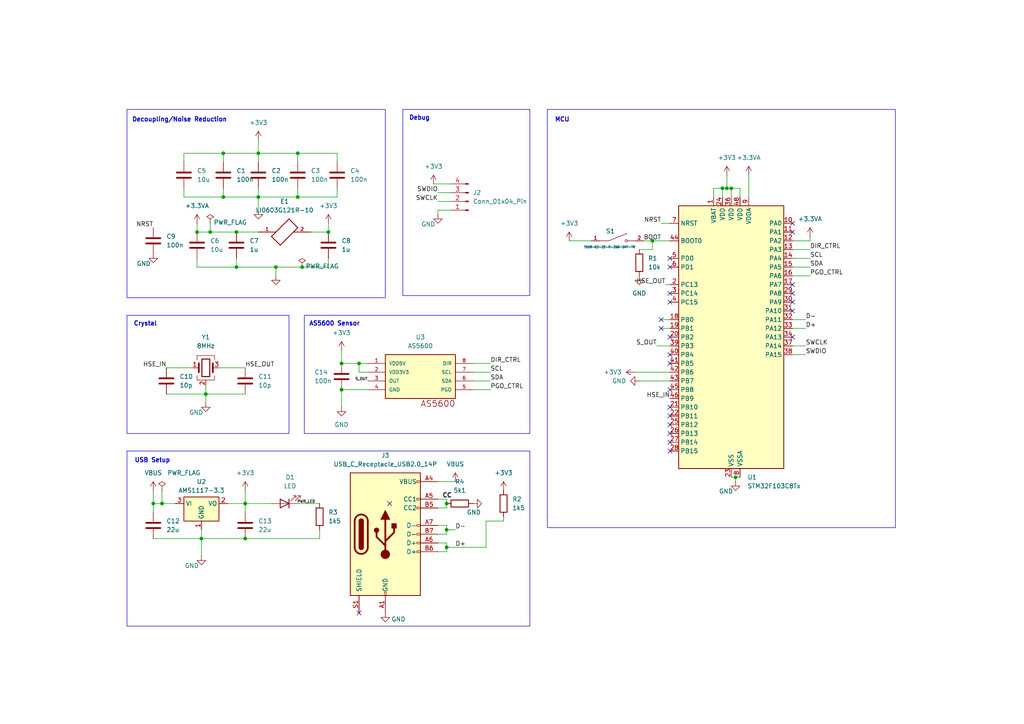
<source format=kicad_sch>
(kicad_sch (version 20250114) (generator "eeschema") (generator_version "9.0")
  (paper "A4")
  (lib_symbols
    (symbol "AS5600:AS5600" (pin_names (offset 1.016))
      (property "Reference" "U" (at 0 0 0))
      (property "Value" "AS5600" (at 0 0 0))
      (symbol "AS5600_0_0"
        (rectangle (start -10.16 -7.62) (end 10.16 5.08) (stroke (width 0.254)) (fill (type background)))
        (text "AS5600" (at 0 -10.16 0) (effects (font (size 1.778 1.778)) (justify left bottom)))
        (pin power_in line (at -15.24 2.54 0) (length 5.08) (name "VDD5V") (number "1"))
        (pin power_in line (at -15.24 0 0) (length 5.08) (name "VDD3V3") (number "2"))
        (pin output line (at -15.24 -2.54 0) (length 5.08) (name "OUT") (number "3"))
        (pin power_in line (at -15.24 -5.08 0) (length 5.08) (name "GND") (number "4"))
        (pin input line (at 15.24 2.54 180) (length 5.08) (name "DIR") (number "8"))
        (pin input line (at 15.24 0 180) (length 5.08) (name "SCL") (number "7"))
        (pin bidirectional line (at 15.24 -2.54 180) (length 5.08) (name "SDA") (number "6"))
        (pin input line (at 15.24 -5.08 180) (length 5.08) (name "PGO") (number "5"))
      )
    )
    (symbol "Connector:Conn_01x04_Pin" (pin_names (offset 1.016) (hide yes))
      (property "Reference" "J" (at 0 5.08 0))
      (property "Value" "Conn_01x04_Pin" (at 0 -7.62 0))
      (symbol "Conn_01x04_Pin_1_1"
        (rectangle (start 0.8636 2.667) (end 0 2.413) (stroke (width 0.1524)) (fill (type outline)))
        (rectangle (start 0.8636 0.127) (end 0 -0.127) (stroke (width 0.1524)) (fill (type outline)))
        (rectangle (start 0.8636 -2.413) (end 0 -2.667) (stroke (width 0.1524)) (fill (type outline)))
        (rectangle (start 0.8636 -4.953) (end 0 -5.207) (stroke (width 0.1524)) (fill (type outline)))
        (polyline (pts (xy 1.27 2.54) (xy 0.8636 2.54)) (stroke (width 0.1524)))
        (polyline (pts (xy 1.27 0) (xy 0.8636 0)) (stroke (width 0.1524)))
        (polyline (pts (xy 1.27 -2.54) (xy 0.8636 -2.54)) (stroke (width 0.1524)))
        (polyline (pts (xy 1.27 -5.08) (xy 0.8636 -5.08)) (stroke (width 0.1524)))
        (pin passive line (at 5.08 2.54 180) (length 3.81) (name "Pin_1") (number "1"))
        (pin passive line (at 5.08 0 180) (length 3.81) (name "Pin_2") (number "2"))
        (pin passive line (at 5.08 -2.54 180) (length 3.81) (name "Pin_3") (number "3"))
        (pin passive line (at 5.08 -5.08 180) (length 3.81) (name "Pin_4") (number "4"))
      )
    )
    (symbol "Connector:USB_C_Receptacle_USB2.0_14P" (pin_names (offset 1.016))
      (property "Reference" "J" (at 0 22.225 0))
      (property "Value" "USB_C_Receptacle_USB2.0_14P" (at 0 19.685 0))
      (symbol "USB_C_Receptacle_USB2.0_14P_0_0"
        (rectangle (start -0.254 -17.78) (end 0.254 -16.764))
        (rectangle (start 10.16 15.494) (end 9.144 14.986))
        (rectangle (start 10.16 10.414) (end 9.144 9.906))
        (rectangle (start 10.16 7.874) (end 9.144 7.366))
        (rectangle (start 10.16 2.794) (end 9.144 2.286))
        (rectangle (start 10.16 0.254) (end 9.144 -0.254))
        (rectangle (start 10.16 -2.286) (end 9.144 -2.794))
        (rectangle (start 10.16 -4.826) (end 9.144 -5.334))
      )
      (symbol "USB_C_Receptacle_USB2.0_14P_0_1"
        (rectangle (start -10.16 17.78) (end 10.16 -17.78) (stroke (width 0.254)) (fill (type background)))
        (polyline (pts (xy -8.89 -3.81) (xy -8.89 3.81)) (stroke (width 0.508)))
        (rectangle (start -7.62 -3.81) (end -6.35 3.81) (stroke (width 0.254)) (fill (type outline)))
        (arc (start -7.62 3.81) (mid -6.985 4.4423) (end -6.35 3.81) (stroke (width 0.254)))
        (arc (start -7.62 3.81) (mid -6.985 4.4423) (end -6.35 3.81) (stroke (width 0.254)) (fill (type outline)))
        (arc (start -8.89 3.81) (mid -6.985 5.7067) (end -5.08 3.81) (stroke (width 0.508)))
        (arc (start -5.08 -3.81) (mid -6.985 -5.7067) (end -8.89 -3.81) (stroke (width 0.508)))
        (arc (start -6.35 -3.81) (mid -6.985 -4.4423) (end -7.62 -3.81) (stroke (width 0.254)))
        (arc (start -6.35 -3.81) (mid -6.985 -4.4423) (end -7.62 -3.81) (stroke (width 0.254)) (fill (type outline)))
        (polyline (pts (xy -5.08 3.81) (xy -5.08 -3.81)) (stroke (width 0.508)))
        (circle (center -2.54 1.143) (radius 0.635) (stroke (width 0.254)) (fill (type outline)))
        (polyline (pts (xy -1.27 4.318) (xy 0 6.858) (xy 1.27 4.318) (xy -1.27 4.318)) (stroke (width 0.254)) (fill (type outline)))
        (polyline (pts (xy 0 -2.032) (xy 2.54 0.508) (xy 2.54 1.778)) (stroke (width 0.508)))
        (polyline (pts (xy 0 -3.302) (xy -2.54 -0.762) (xy -2.54 0.508)) (stroke (width 0.508)))
        (polyline (pts (xy 0 -5.842) (xy 0 4.318)) (stroke (width 0.508)))
        (circle (center 0 -5.842) (radius 1.27) (fill (type outline)))
        (rectangle (start 1.905 1.778) (end 3.175 3.048) (stroke (width 0.254)) (fill (type outline)))
      )
      (symbol "USB_C_Receptacle_USB2.0_14P_1_1"
        (pin passive line (at -7.62 -22.86 90) (length 5.08) (name "SHIELD") (number "S1"))
        (pin passive line (at 0 -22.86 90) (length 5.08) (name "GND") (number "A1"))
        (pin passive line (at 0 -22.86 90) (length 5.08) (hide yes) (name "GND") (number "A12"))
        (pin passive line (at 0 -22.86 90) (length 5.08) (hide yes) (name "GND") (number "B1"))
        (pin passive line (at 0 -22.86 90) (length 5.08) (hide yes) (name "GND") (number "B12"))
        (pin passive line (at 15.24 15.24 180) (length 5.08) (name "VBUS") (number "A4"))
        (pin passive line (at 15.24 15.24 180) (length 5.08) (hide yes) (name "VBUS") (number "A9"))
        (pin passive line (at 15.24 15.24 180) (length 5.08) (hide yes) (name "VBUS") (number "B4"))
        (pin passive line (at 15.24 15.24 180) (length 5.08) (hide yes) (name "VBUS") (number "B9"))
        (pin bidirectional line (at 15.24 10.16 180) (length 5.08) (name "CC1") (number "A5"))
        (pin bidirectional line (at 15.24 7.62 180) (length 5.08) (name "CC2") (number "B5"))
        (pin bidirectional line (at 15.24 2.54 180) (length 5.08) (name "D-") (number "A7"))
        (pin bidirectional line (at 15.24 0 180) (length 5.08) (name "D-") (number "B7"))
        (pin bidirectional line (at 15.24 -2.54 180) (length 5.08) (name "D+") (number "A6"))
        (pin bidirectional line (at 15.24 -5.08 180) (length 5.08) (name "D+") (number "B6"))
      )
    )
    (symbol "Device:C" (pin_numbers (hide yes)) (pin_names (offset 0.254))
      (property "Reference" "C" (at 0.635 2.54 0))
      (property "Value" "C" (at 0.635 -2.54 0))
      (symbol "C_0_1"
        (polyline (pts (xy -2.032 0.762) (xy 2.032 0.762)) (stroke (width 0.508)))
        (polyline (pts (xy -2.032 -0.762) (xy 2.032 -0.762)) (stroke (width 0.508)))
      )
      (symbol "C_1_1"
        (pin passive line (at 0 3.81 270) (length 2.794) (name "~") (number "1"))
        (pin passive line (at 0 -3.81 90) (length 2.794) (name "~") (number "2"))
      )
    )
    (symbol "Device:Crystal_GND24" (pin_names (offset 1.016) (hide yes))
      (property "Reference" "Y" (at 3.175 5.08 0))
      (property "Value" "Crystal_GND24" (at 3.175 3.175 0))
      (symbol "Crystal_GND24_0_1"
        (polyline (pts (xy -2.54 2.286) (xy -2.54 3.556) (xy 2.54 3.556) (xy 2.54 2.286)))
        (polyline (pts (xy -2.54 0) (xy -2.032 0)))
        (polyline (pts (xy -2.54 -2.286) (xy -2.54 -3.556) (xy 2.54 -3.556) (xy 2.54 -2.286)))
        (polyline (pts (xy -2.032 -1.27) (xy -2.032 1.27)) (stroke (width 0.508)))
        (rectangle (start -1.143 2.54) (end 1.143 -2.54) (stroke (width 0.3048)))
        (polyline (pts (xy 0 -3.81) (xy 0 -3.556)))
        (polyline (pts (xy 2.032 0) (xy 2.54 0)))
        (polyline (pts (xy 2.032 -1.27) (xy 2.032 1.27)) (stroke (width 0.508)))
      )
      (symbol "Crystal_GND24_1_1"
        (pin passive line (at -3.81 0 0) (length 1.27) (name "1") (number "1"))
        (pin passive line (at 0 -5.08 90) (length 1.27) (name "G") (number "2"))
        (pin passive line (at 0 -5.08 90) (length 1.27) (hide yes) (name "G") (number "4"))
        (pin passive line (at 3.81 0 180) (length 1.27) (name "3") (number "3"))
      )
    )
    (symbol "Device:LED" (pin_numbers (hide yes)) (pin_names (offset 1.016) (hide yes))
      (property "Reference" "D" (at 0 2.54 0))
      (property "Value" "LED" (at 0 -2.54 0))
      (symbol "LED_0_1"
        (polyline (pts (xy -3.048 -0.762) (xy -4.572 -2.286) (xy -3.81 -2.286) (xy -4.572 -2.286) (xy -4.572 -1.524)))
        (polyline (pts (xy -1.778 -0.762) (xy -3.302 -2.286) (xy -2.54 -2.286) (xy -3.302 -2.286) (xy -3.302 -1.524)))
        (polyline (pts (xy -1.27 0) (xy 1.27 0)))
        (polyline (pts (xy -1.27 -1.27) (xy -1.27 1.27)) (stroke (width 0.254)))
        (polyline (pts (xy 1.27 -1.27) (xy 1.27 1.27) (xy -1.27 0) (xy 1.27 -1.27)) (stroke (width 0.254)))
      )
      (symbol "LED_1_1"
        (pin passive line (at -3.81 0 0) (length 2.54) (name "K") (number "1"))
        (pin passive line (at 3.81 0 180) (length 2.54) (name "A") (number "2"))
      )
    )
    (symbol "Device:R" (pin_numbers (hide yes)) (pin_names (offset 0))
      (property "Reference" "R" (at 2.032 0 90))
      (property "Value" "R" (at 0 0 90))
      (symbol "R_0_1"
        (rectangle (start -1.016 -2.54) (end 1.016 2.54) (stroke (width 0.254)))
      )
      (symbol "R_1_1"
        (pin passive line (at 0 3.81 270) (length 1.27) (name "~") (number "1"))
        (pin passive line (at 0 -3.81 90) (length 1.27) (name "~") (number "2"))
      )
    )
    (symbol "LI0603G121R-10:LI0603G121R-10" (pin_names (offset 1.016))
      (property "Reference" "E" (at -7.6244 5.0815 0))
      (property "Value" "LI0603G121R-10" (at -7.63 -7.6266 0))
      (symbol "LI0603G121R-10_0_0"
        (polyline (pts (xy -3.81 -1.27) (xy -1.27 -3.81)) (stroke (width 0.254)))
        (polyline (pts (xy -1.27 -3.81) (xy 3.81 1.27)) (stroke (width 0.254)))
        (polyline (pts (xy 1.27 3.81) (xy -3.81 -1.27)) (stroke (width 0.254)))
        (polyline (pts (xy 3.81 1.27) (xy 1.27 3.81)) (stroke (width 0.254)))
        (pin passive line (at -7.62 0 0) (length 5.08) (name "~") (number "1"))
        (pin passive line (at 7.62 0 180) (length 5.08) (name "~") (number "2"))
      )
    )
    (symbol "MCU_ST_STM32F1:STM32F103C8Tx"
      (property "Reference" "U" (at -15.24 39.37 0))
      (property "Value" "STM32F103C8Tx" (at 7.62 39.37 0))
      (symbol "STM32F103C8Tx_0_1"
        (rectangle (start -15.24 -38.1) (end 15.24 38.1) (stroke (width 0.254)) (fill (type background)))
      )
      (symbol "STM32F103C8Tx_1_1"
        (pin input line (at -17.78 33.02 0) (length 2.54) (name "NRST") (number "7"))
        (pin input line (at -17.78 27.94 0) (length 2.54) (name "BOOT0") (number "44"))
        (pin bidirectional line (at -17.78 22.86 0) (length 2.54) (name "PD0") (number "5"))
        (pin bidirectional line (at -17.78 20.32 0) (length 2.54) (name "PD1") (number "6"))
        (pin bidirectional line (at -17.78 15.24 0) (length 2.54) (name "PC13") (number "2"))
        (pin bidirectional line (at -17.78 12.7 0) (length 2.54) (name "PC14") (number "3"))
        (pin bidirectional line (at -17.78 10.16 0) (length 2.54) (name "PC15") (number "4"))
        (pin bidirectional line (at -17.78 5.08 0) (length 2.54) (name "PB0") (number "18"))
        (pin bidirectional line (at -17.78 2.54 0) (length 2.54) (name "PB1") (number "19"))
        (pin bidirectional line (at -17.78 0 0) (length 2.54) (name "PB2") (number "20"))
        (pin bidirectional line (at -17.78 -2.54 0) (length 2.54) (name "PB3") (number "39"))
        (pin bidirectional line (at -17.78 -5.08 0) (length 2.54) (name "PB4") (number "40"))
        (pin bidirectional line (at -17.78 -7.62 0) (length 2.54) (name "PB5") (number "41"))
        (pin bidirectional line (at -17.78 -10.16 0) (length 2.54) (name "PB6") (number "42"))
        (pin bidirectional line (at -17.78 -12.7 0) (length 2.54) (name "PB7") (number "43"))
        (pin bidirectional line (at -17.78 -15.24 0) (length 2.54) (name "PB8") (number "45"))
        (pin bidirectional line (at -17.78 -17.78 0) (length 2.54) (name "PB9") (number "46"))
        (pin bidirectional line (at -17.78 -20.32 0) (length 2.54) (name "PB10") (number "21"))
        (pin bidirectional line (at -17.78 -22.86 0) (length 2.54) (name "PB11") (number "22"))
        (pin bidirectional line (at -17.78 -25.4 0) (length 2.54) (name "PB12") (number "25"))
        (pin bidirectional line (at -17.78 -27.94 0) (length 2.54) (name "PB13") (number "26"))
        (pin bidirectional line (at -17.78 -30.48 0) (length 2.54) (name "PB14") (number "27"))
        (pin bidirectional line (at -17.78 -33.02 0) (length 2.54) (name "PB15") (number "28"))
        (pin power_in line (at -5.08 40.64 270) (length 2.54) (name "VBAT") (number "1"))
        (pin power_in line (at -2.54 40.64 270) (length 2.54) (name "VDD") (number "24"))
        (pin power_in line (at 0 40.64 270) (length 2.54) (name "VDD") (number "36"))
        (pin power_in line (at 0 -40.64 90) (length 2.54) (name "VSS") (number "23"))
        (pin passive line (at 0 -40.64 90) (length 2.54) (hide yes) (name "VSS") (number "35"))
        (pin passive line (at 0 -40.64 90) (length 2.54) (hide yes) (name "VSS") (number "47"))
        (pin power_in line (at 2.54 40.64 270) (length 2.54) (name "VDD") (number "48"))
        (pin power_in line (at 2.54 -40.64 90) (length 2.54) (name "VSSA") (number "8"))
        (pin power_in line (at 5.08 40.64 270) (length 2.54) (name "VDDA") (number "9"))
        (pin bidirectional line (at 17.78 33.02 180) (length 2.54) (name "PA0") (number "10"))
        (pin bidirectional line (at 17.78 30.48 180) (length 2.54) (name "PA1") (number "11"))
        (pin bidirectional line (at 17.78 27.94 180) (length 2.54) (name "PA2") (number "12"))
        (pin bidirectional line (at 17.78 25.4 180) (length 2.54) (name "PA3") (number "13"))
        (pin bidirectional line (at 17.78 22.86 180) (length 2.54) (name "PA4") (number "14"))
        (pin bidirectional line (at 17.78 20.32 180) (length 2.54) (name "PA5") (number "15"))
        (pin bidirectional line (at 17.78 17.78 180) (length 2.54) (name "PA6") (number "16"))
        (pin bidirectional line (at 17.78 15.24 180) (length 2.54) (name "PA7") (number "17"))
        (pin bidirectional line (at 17.78 12.7 180) (length 2.54) (name "PA8") (number "29"))
        (pin bidirectional line (at 17.78 10.16 180) (length 2.54) (name "PA9") (number "30"))
        (pin bidirectional line (at 17.78 7.62 180) (length 2.54) (name "PA10") (number "31"))
        (pin bidirectional line (at 17.78 5.08 180) (length 2.54) (name "PA11") (number "32"))
        (pin bidirectional line (at 17.78 2.54 180) (length 2.54) (name "PA12") (number "33"))
        (pin bidirectional line (at 17.78 0 180) (length 2.54) (name "PA13") (number "34"))
        (pin bidirectional line (at 17.78 -2.54 180) (length 2.54) (name "PA14") (number "37"))
        (pin bidirectional line (at 17.78 -5.08 180) (length 2.54) (name "PA15") (number "38"))
      )
    )
    (symbol "Regulator_Linear:AMS1117-3.3"
      (property "Reference" "U" (at -3.81 3.175 0))
      (property "Value" "AMS1117-3.3" (at 0 3.175 0))
      (symbol "AMS1117-3.3_0_1"
        (rectangle (start -5.08 -5.08) (end 5.08 1.905) (stroke (width 0.254)) (fill (type background)))
      )
      (symbol "AMS1117-3.3_1_1"
        (pin power_in line (at -7.62 0 0) (length 2.54) (name "VI") (number "3"))
        (pin power_in line (at 0 -7.62 90) (length 2.54) (name "GND") (number "1"))
        (pin power_out line (at 7.62 0 180) (length 2.54) (name "VO") (number "2"))
      )
    )
    (symbol "TS09-63-25-R-260-SMT-TR:TS09-63-25-R-260-SMT-TR" (pin_names (offset 1.016))
      (property "Reference" "S" (at -2.54 2.54 0))
      (property "Value" "TS09-63-25-R-260-SMT-TR" (at -2.54 -2.54 0))
      (symbol "TS09-63-25-R-260-SMT-TR_0_0"
        (polyline (pts (xy -2.54 0) (xy -5.08 0)) (stroke (width 0.1524)))
        (polyline (pts (xy -2.54 0) (xy 2.794 2.1336)) (stroke (width 0.1524)))
        (circle (center 2.54 0) (radius 0.3302) (stroke (width 0.1524)))
        (polyline (pts (xy 5.08 0) (xy 2.921 0)) (stroke (width 0.1524)))
        (pin passive line (at -7.62 0 0) (length 2.54) (name "~") (number "1"))
        (pin passive line (at 7.62 0 180) (length 2.54) (name "~") (number "2"))
      )
    )
    (symbol "power:+3.3VA" (power) (pin_numbers (hide yes)) (pin_names (offset 0) (hide yes))
      (property "Value" "+3.3VA" (at 0 3.556 0))
      (symbol "+3.3VA_0_1"
        (polyline (pts (xy -0.762 1.27) (xy 0 2.54)))
        (polyline (pts (xy 0 2.54) (xy 0.762 1.27)))
        (polyline (pts (xy 0 0) (xy 0 2.54)))
      )
      (symbol "+3.3VA_1_1"
        (pin power_in line (at 0 0 90) (length 0) (name "~") (number "1"))
      )
    )
    (symbol "power:+3V3" (power) (pin_numbers (hide yes)) (pin_names (offset 0) (hide yes))
      (property "Value" "+3V3" (at 0 3.556 0))
      (symbol "+3V3_0_1"
        (polyline (pts (xy -0.762 1.27) (xy 0 2.54)))
        (polyline (pts (xy 0 2.54) (xy 0.762 1.27)))
        (polyline (pts (xy 0 0) (xy 0 2.54)))
      )
      (symbol "+3V3_1_1"
        (pin power_in line (at 0 0 90) (length 0) (name "~") (number "1"))
      )
    )
    (symbol "power:GND" (power) (pin_numbers (hide yes)) (pin_names (offset 0) (hide yes))
      (property "Value" "GND" (at 0 -3.81 0))
      (symbol "GND_0_1"
        (polyline (pts (xy 0 0) (xy 0 -1.27) (xy 1.27 -1.27) (xy 0 -2.54) (xy -1.27 -1.27) (xy 0 -1.27)))
      )
      (symbol "GND_1_1"
        (pin power_in line (at 0 0 270) (length 0) (name "~") (number "1"))
      )
    )
    (symbol "power:PWR_FLAG" (power) (pin_numbers (hide yes)) (pin_names (offset 0) (hide yes))
      (property "Value" "PWR_FLAG" (at 0 3.81 0))
      (symbol "PWR_FLAG_0_0"
        (pin power_out line (at 0 0 90) (length 0) (name "~") (number "1"))
      )
      (symbol "PWR_FLAG_0_1"
        (polyline (pts (xy 0 0) (xy 0 1.27) (xy -1.016 1.905) (xy 0 2.54) (xy 1.016 1.905) (xy 0 1.27)))
      )
    )
    (symbol "power:VBUS" (power) (pin_numbers (hide yes)) (pin_names (offset 0) (hide yes))
      (property "Value" "VBUS" (at 0 3.556 0))
      (symbol "VBUS_0_1"
        (polyline (pts (xy -0.762 1.27) (xy 0 2.54)))
        (polyline (pts (xy 0 2.54) (xy 0.762 1.27)))
        (polyline (pts (xy 0 0) (xy 0 2.54)))
      )
      (symbol "VBUS_1_1"
        (pin power_in line (at 0 0 90) (length 0) (name "~") (number "1"))
      )
    )
  )
  (rectangle (start 36.83 91.44) (end 83.82 125.73))
  (rectangle (start 36.83 130.81) (end 153.67 181.61))
  (rectangle (start 88.265 91.44) (end 153.67 125.73))
  (rectangle (start 36.83 31.75) (end 111.76 86.36))
  (rectangle (start 116.84 31.75) (end 153.67 85.725))
  (rectangle (start 158.75 31.75) (end 259.715 153.035))
  (text "Decoupling/Noise Reduction" (at 52.07 34.798 0) (effects (font (size 1.27 1.27) (thickness 0.254) (bold yes))))
  (text "USB Setup" (at 44.196 133.604 0) (effects (font (size 1.27 1.27) (thickness 0.254) (bold yes))))
  (text "AS5600 Sensor" (at 97.028 93.98 0) (effects (font (size 1.27 1.27) (thickness 0.254) (bold yes))))
  (text "Debug" (at 121.666 34.29 0) (effects (font (size 1.27 1.27) (thickness 0.254) (bold yes))))
  (text "MCU" (at 163.068 34.798 0) (effects (font (size 1.27 1.27) (thickness 0.254) (bold yes))))
  (text "Crystal" (at 42.164 93.98 0) (effects (font (size 1.27 1.27) (thickness 0.254) (bold yes))))
  (junction (at 58.42 156.21))
  (junction (at 129.54 153.67))
  (junction (at 74.93 44.45))
  (junction (at 60.96 67.31))
  (junction (at 68.58 77.47))
  (junction (at 44.45 146.05))
  (junction (at 99.06 113.03))
  (junction (at 212.09 54.61))
  (junction (at 129.54 158.75))
  (junction (at 80.01 77.47))
  (junction (at 86.36 44.45))
  (junction (at 95.25 67.31))
  (junction (at 64.77 44.45))
  (junction (at 59.69 114.3))
  (junction (at 86.36 57.15))
  (junction (at 71.12 156.21))
  (junction (at 129.54 146.05))
  (junction (at 189.23 69.85))
  (junction (at 210.82 54.61))
  (junction (at 213.36 138.43))
  (junction (at 104.14 105.41))
  (junction (at 87.63 77.47))
  (junction (at 68.58 67.31))
  (junction (at 74.93 57.15))
  (junction (at 99.06 105.41))
  (junction (at 64.77 57.15))
  (junction (at 57.15 67.31))
  (junction (at 71.12 146.05))
  (junction (at 46.99 146.05))
  (junction (at 209.55 54.61))
  (no_connect (at 194.31 125.73))
  (no_connect (at 229.87 90.17))
  (no_connect (at 194.31 77.47))
  (no_connect (at 194.31 130.81))
  (no_connect (at 229.87 85.09))
  (no_connect (at 194.31 123.19))
  (no_connect (at 229.87 64.77))
  (no_connect (at 194.31 118.11))
  (no_connect (at 194.31 120.65))
  (no_connect (at 191.77 92.71))
  (no_connect (at 194.31 87.63))
  (no_connect (at 194.31 97.79))
  (no_connect (at 194.31 113.03))
  (no_connect (at 229.87 82.55))
  (no_connect (at 194.31 85.09))
  (no_connect (at 194.31 102.87))
  (no_connect (at 229.87 97.79))
  (no_connect (at 194.31 105.41))
  (no_connect (at 104.14 177.8))
  (no_connect (at 194.31 128.27))
  (no_connect (at 191.77 95.25))
  (no_connect (at 229.87 67.31))
  (no_connect (at 194.31 74.93))
  (no_connect (at 113.03 146.05))
  (no_connect (at 229.87 87.63))
  (wire (pts (xy 137.16 113.03) (xy 142.24 113.03)))
  (wire (pts (xy 53.34 54.61) (xy 53.34 57.15)))
  (wire (pts (xy 212.09 54.61) (xy 212.09 57.15)))
  (wire (pts (xy 106.68 105.41) (xy 104.14 105.41)))
  (wire (pts (xy 87.63 77.47) (xy 95.25 77.47)))
  (wire (pts (xy 191.77 64.77) (xy 194.31 64.77)))
  (wire (pts (xy 95.25 74.93) (xy 95.25 77.47)))
  (wire (pts (xy 212.09 54.61) (xy 214.63 54.61)))
  (wire (pts (xy 146.05 151.13) (xy 146.05 149.86)))
  (wire (pts (xy 57.15 74.93) (xy 57.15 77.47)))
  (wire (pts (xy 127 154.94) (xy 129.54 154.94)))
  (wire (pts (xy 185.42 72.39) (xy 189.23 72.39)))
  (wire (pts (xy 140.97 158.75) (xy 140.97 151.13)))
  (wire (pts (xy 80.01 77.47) (xy 80.01 80.01)))
  (wire (pts (xy 58.42 156.21) (xy 58.42 161.29)))
  (wire (pts (xy 104.14 105.41) (xy 104.14 107.95)))
  (wire (pts (xy 64.77 54.61) (xy 64.77 57.15)))
  (wire (pts (xy 74.93 40.64) (xy 74.93 44.45)))
  (wire (pts (xy 44.45 148.59) (xy 44.45 146.05)))
  (wire (pts (xy 127 62.23) (xy 127 60.96)))
  (wire (pts (xy 129.54 147.32) (xy 127 147.32)))
  (wire (pts (xy 59.69 114.3) (xy 59.69 111.76)))
  (wire (pts (xy 48.26 114.3) (xy 59.69 114.3)))
  (wire (pts (xy 191.77 92.71) (xy 194.31 92.71)))
  (wire (pts (xy 129.54 160.02) (xy 127 160.02)))
  (wire (pts (xy 80.01 77.47) (xy 87.63 77.47)))
  (wire (pts (xy 48.26 106.68) (xy 55.88 106.68)))
  (wire (pts (xy 209.55 54.61) (xy 209.55 57.15)))
  (wire (pts (xy 229.87 92.71) (xy 233.68 92.71)))
  (wire (pts (xy 58.42 153.67) (xy 58.42 156.21)))
  (wire (pts (xy 165.1 69.85) (xy 171.45 69.85)))
  (wire (pts (xy 64.77 44.45) (xy 64.77 46.99)))
  (wire (pts (xy 74.93 57.15) (xy 74.93 60.96)))
  (wire (pts (xy 184.15 107.95) (xy 194.31 107.95)))
  (wire (pts (xy 60.96 64.77) (xy 60.96 67.31)))
  (wire (pts (xy 68.58 74.93) (xy 68.58 77.47)))
  (wire (pts (xy 127 60.96) (xy 130.81 60.96)))
  (wire (pts (xy 104.14 107.95) (xy 106.68 107.95)))
  (wire (pts (xy 125.73 53.34) (xy 130.81 53.34)))
  (wire (pts (xy 44.45 146.05) (xy 46.99 146.05)))
  (wire (pts (xy 229.87 80.01) (xy 234.95 80.01)))
  (wire (pts (xy 185.42 110.49) (xy 194.31 110.49)))
  (wire (pts (xy 127 139.7) (xy 132.08 139.7)))
  (wire (pts (xy 71.12 146.05) (xy 71.12 148.59)))
  (wire (pts (xy 229.87 74.93) (xy 234.95 74.93)))
  (wire (pts (xy 86.36 146.05) (xy 92.71 146.05)))
  (wire (pts (xy 44.45 142.24) (xy 44.45 146.05)))
  (wire (pts (xy 129.54 153.67) (xy 132.08 153.67)))
  (wire (pts (xy 71.12 142.24) (xy 71.12 146.05)))
  (wire (pts (xy 74.93 44.45) (xy 74.93 46.99)))
  (wire (pts (xy 229.87 95.25) (xy 233.68 95.25)))
  (wire (pts (xy 127 144.78) (xy 129.54 144.78)))
  (wire (pts (xy 129.54 158.75) (xy 129.54 160.02)))
  (wire (pts (xy 99.06 113.03) (xy 99.06 118.11)))
  (wire (pts (xy 129.54 158.75) (xy 140.97 158.75)))
  (wire (pts (xy 229.87 69.85) (xy 234.95 69.85)))
  (wire (pts (xy 86.36 44.45) (xy 86.36 46.99)))
  (wire (pts (xy 86.36 54.61) (xy 86.36 57.15)))
  (wire (pts (xy 86.36 44.45) (xy 97.79 44.45)))
  (wire (pts (xy 63.5 106.68) (xy 71.12 106.68)))
  (wire (pts (xy 214.63 54.61) (xy 214.63 57.15)))
  (wire (pts (xy 60.96 67.31) (xy 68.58 67.31)))
  (wire (pts (xy 57.15 67.31) (xy 60.96 67.31)))
  (wire (pts (xy 97.79 54.61) (xy 97.79 57.15)))
  (wire (pts (xy 186.69 69.85) (xy 189.23 69.85)))
  (wire (pts (xy 127 58.42) (xy 130.81 58.42)))
  (wire (pts (xy 53.34 57.15) (xy 64.77 57.15)))
  (wire (pts (xy 207.01 57.15) (xy 207.01 54.61)))
  (wire (pts (xy 74.93 54.61) (xy 74.93 57.15)))
  (wire (pts (xy 127 157.48) (xy 129.54 157.48)))
  (wire (pts (xy 86.36 57.15) (xy 97.79 57.15)))
  (wire (pts (xy 129.54 144.78) (xy 129.54 146.05)))
  (wire (pts (xy 137.16 110.49) (xy 142.24 110.49)))
  (wire (pts (xy 44.45 156.21) (xy 58.42 156.21)))
  (wire (pts (xy 229.87 102.87) (xy 233.68 102.87)))
  (wire (pts (xy 59.69 114.3) (xy 71.12 114.3)))
  (wire (pts (xy 57.15 64.77) (xy 57.15 67.31)))
  (wire (pts (xy 57.15 77.47) (xy 68.58 77.47)))
  (wire (pts (xy 127 55.88) (xy 130.81 55.88)))
  (wire (pts (xy 190.5 100.33) (xy 194.31 100.33)))
  (wire (pts (xy 64.77 57.15) (xy 74.93 57.15)))
  (wire (pts (xy 99.06 113.03) (xy 106.68 113.03)))
  (wire (pts (xy 97.79 44.45) (xy 97.79 46.99)))
  (wire (pts (xy 71.12 146.05) (xy 78.74 146.05)))
  (wire (pts (xy 229.87 100.33) (xy 233.68 100.33)))
  (wire (pts (xy 99.06 101.6) (xy 99.06 105.41)))
  (wire (pts (xy 59.69 114.3) (xy 59.69 116.84)))
  (wire (pts (xy 129.54 157.48) (xy 129.54 158.75)))
  (wire (pts (xy 58.42 156.21) (xy 71.12 156.21)))
  (wire (pts (xy 234.95 69.85) (xy 234.95 68.58)))
  (wire (pts (xy 193.04 82.55) (xy 194.31 82.55)))
  (wire (pts (xy 140.97 151.13) (xy 146.05 151.13)))
  (wire (pts (xy 46.99 142.24) (xy 46.99 146.05)))
  (wire (pts (xy 129.54 152.4) (xy 129.54 153.67)))
  (wire (pts (xy 137.16 105.41) (xy 142.24 105.41)))
  (wire (pts (xy 207.01 54.61) (xy 209.55 54.61)))
  (wire (pts (xy 74.93 57.15) (xy 86.36 57.15)))
  (wire (pts (xy 213.36 138.43) (xy 213.36 139.7)))
  (wire (pts (xy 210.82 50.8) (xy 210.82 54.61)))
  (wire (pts (xy 129.54 146.05) (xy 129.54 147.32)))
  (wire (pts (xy 209.55 54.61) (xy 210.82 54.61)))
  (wire (pts (xy 53.34 46.99) (xy 53.34 44.45)))
  (wire (pts (xy 68.58 77.47) (xy 80.01 77.47)))
  (wire (pts (xy 189.23 72.39) (xy 189.23 69.85)))
  (wire (pts (xy 229.87 72.39) (xy 234.95 72.39)))
  (wire (pts (xy 229.87 77.47) (xy 234.95 77.47)))
  (wire (pts (xy 46.99 146.05) (xy 50.8 146.05)))
  (wire (pts (xy 66.04 146.05) (xy 71.12 146.05)))
  (wire (pts (xy 189.23 69.85) (xy 194.31 69.85)))
  (wire (pts (xy 137.16 107.95) (xy 142.24 107.95)))
  (wire (pts (xy 53.34 44.45) (xy 64.77 44.45)))
  (wire (pts (xy 95.25 64.77) (xy 95.25 67.31)))
  (wire (pts (xy 210.82 54.61) (xy 212.09 54.61)))
  (wire (pts (xy 64.77 44.45) (xy 74.93 44.45)))
  (wire (pts (xy 212.09 138.43) (xy 213.36 138.43)))
  (wire (pts (xy 191.77 95.25) (xy 194.31 95.25)))
  (wire (pts (xy 71.12 156.21) (xy 92.71 156.21)))
  (wire (pts (xy 99.06 105.41) (xy 104.14 105.41)))
  (wire (pts (xy 217.17 50.8) (xy 217.17 57.15)))
  (wire (pts (xy 90.17 67.31) (xy 95.25 67.31)))
  (wire (pts (xy 213.36 138.43) (xy 214.63 138.43)))
  (wire (pts (xy 92.71 153.67) (xy 92.71 156.21)))
  (wire (pts (xy 129.54 153.67) (xy 129.54 154.94)))
  (wire (pts (xy 68.58 67.31) (xy 74.93 67.31)))
  (wire (pts (xy 74.93 44.45) (xy 86.36 44.45)))
  (wire (pts (xy 127 152.4) (xy 129.54 152.4)))
  (label "SCL" (at 142.24 107.95 0))
  (label "HSE_IN" (at 48.26 106.68 180))
  (label "CC" (at 128.27 144.78 0) (effects (font (thickness 0.254) (bold yes))))
  (label "PGO_CTRL" (at 142.24 113.03 0))
  (label "HSE_OUT" (at 71.12 106.68 0))
  (label "SWDIO" (at 127 55.88 180))
  (label "DIR_CTRL" (at 234.95 72.39 0))
  (label "SWCLK" (at 233.68 100.33 0))
  (label "SWDIO" (at 233.68 102.87 0))
  (label "D-" (at 132.08 153.67 0))
  (label "D+" (at 132.08 158.75 0))
  (label "PGO_CTRL" (at 234.95 80.01 0))
  (label "SCL" (at 234.95 74.93 0))
  (label "HSE_IN" (at 194.31 115.57 180))
  (label "BOOT" (at 191.77 69.85 180))
  (label "NRST" (at 191.77 64.77 180))
  (label "HSE_OUT" (at 193.04 82.55 180))
  (label "S_OUT" (at 190.5 100.33 180))
  (label "D-" (at 233.68 92.71 0))
  (label "S_OUT" (at 106.68 110.49 180) (effects (font (size 0.762 0.762))))
  (label "SDA" (at 142.24 110.49 0))
  (label "SWCLK" (at 127 58.42 180))
  (label "NRST" (at 44.45 66.04 180))
  (label "SDA" (at 234.95 77.47 0))
  (label "D+" (at 233.68 95.25 0))
  (label "PWR_LED" (at 91.44 146.05 180) (effects (font (size 0.762 0.762))))
  (label "DIR_CTRL" (at 142.24 105.41 0))
  (symbol (lib_id "power:+3.3VA") (at 234.95 68.58 0) (unit 1)
    (property "Reference" "#PWR024" (effects (hide yes)))
    (property "Value" "+3.3VA" (at 234.95 63.5 0))
    (property "Description" "Power symbol creates a global label with name \"+3.3VA\"" (effects (hide yes)))
  )
  (symbol (lib_id "power:GND") (at 44.45 73.66 0) (unit 1)
    (property "Reference" "#PWR09" (effects (hide yes)))
    (property "Value" "GND" (at 41.656 76.454 0))
    (property "Description" "Power symbol creates a global label with name \"GND\" , ground" (effects (hide yes)))
  )
  (symbol (lib_id "power:+3V3") (at 71.12 142.24 0) (unit 1)
    (property "Reference" "#PWR019" (effects (hide yes)))
    (property "Value" "+3V3" (at 71.12 137.16 0))
    (property "Description" "Power symbol creates a global label with name \"+3V3\"" (effects (hide yes)))
  )
  (symbol (lib_id "Device:C") (at 48.26 110.49 0) (unit 1)
    (property "Reference" "C10" (at 52.07 109.2199 0) (effects (justify left)))
    (property "Value" "10p" (at 52.07 111.7599 0) (effects (justify left)))
    (property "Footprint" "Capacitor_SMD:C_0402_1005Metric" (effects (hide yes)))
    (property "Description" "Unpolarized capacitor" (effects (hide yes)))
  )
  (symbol (lib_id "Device:Crystal_GND24") (at 59.69 106.68 0) (unit 1)
    (property "Reference" "Y1" (at 59.69 97.79 0))
    (property "Value" "8MHz" (at 59.69 100.33 0))
    (property "Footprint" "Crystal:Crystal_SMD_3225-4Pin_3.2x2.5mm" (effects (hide yes)))
    (property "Description" "Four pin crystal, GND on pins 2 and 4" (effects (hide yes)))
    (property private "KLC_S3.3" "The rectangle is not a symbol body but a graphical element" (effects (hide yes)))
    (property private "KLC_S4.1" "Some pins are on 50mil grid to make the symbol small" (effects (hide yes)))
  )
  (symbol (lib_id "Connector:USB_C_Receptacle_USB2.0_14P") (at 111.76 154.94 0) (unit 1)
    (property "Reference" "J3" (at 111.76 132.08 0))
    (property "Value" "USB_C_Receptacle_USB2.0_14P" (at 111.76 134.62 0))
    (property "Footprint" "Connector_USB:USB_C_Receptacle_GCT_USB4105-xx-A_16P_TopMnt_Horizontal" (effects (hide yes)))
    (property "Datasheet" "https://www.usb.org/sites/default/files/documents/usb_type-c.zip" (effects (hide yes)))
    (property "Description" "USB 2.0-only 14P Type-C Receptacle connector" (effects (hide yes)))
  )
  (symbol (lib_id "Regulator_Linear:AMS1117-3.3") (at 58.42 146.05 0) (unit 1)
    (property "Reference" "U2" (at 58.42 139.7 0))
    (property "Value" "AMS1117-3.3" (at 58.42 142.24 0))
    (property "Footprint" "Package_TO_SOT_SMD:SOT-223-3_TabPin2" (effects (hide yes)))
    (property "Datasheet" "http://www.advanced-monolithic.com/pdf/ds1117.pdf" (effects (hide yes)))
    (property "Description" "1A Low Dropout regulator, positive, 3.3V fixed output, SOT-223" (effects (hide yes)))
  )
  (symbol (lib_id "Device:C") (at 64.77 50.8 0) (unit 1)
    (property "Reference" "C1" (at 68.58 49.5299 0) (effects (justify left)))
    (property "Value" "100n" (at 68.58 52.0699 0) (effects (justify left)))
    (property "Footprint" "Capacitor_SMD:C_0402_1005Metric" (effects (hide yes)))
    (property "Description" "Unpolarized capacitor" (effects (hide yes)))
  )
  (symbol (lib_id "power:PWR_FLAG") (at 60.96 64.77 0) (unit 1)
    (property "Reference" "#FLG01" (effects (hide yes)))
    (property "Value" "PWR_FLAG" (at 66.802 64.516 0))
    (property "Description" "Special symbol for telling ERC where power comes from" (effects (hide yes)))
  )
  (symbol (lib_id "power:+3V3") (at 99.06 101.6 0) (unit 1)
    (property "Reference" "#PWR022" (effects (hide yes)))
    (property "Value" "+3V3" (at 99.06 96.52 0))
    (property "Description" "Power symbol creates a global label with name \"+3V3\"" (effects (hide yes)))
  )
  (symbol (lib_id "Device:R") (at 92.71 149.86 0) (unit 1)
    (property "Reference" "R3" (at 95.25 148.5899 0) (effects (justify left)))
    (property "Value" "1k5" (at 95.25 151.1299 0) (effects (justify left)))
    (property "Footprint" "Resistor_SMD:R_0402_1005Metric" (effects (hide yes)))
    (property "Description" "Resistor" (effects (hide yes)))
  )
  (symbol (lib_id "Device:C") (at 97.79 50.8 0) (unit 1)
    (property "Reference" "C4" (at 101.6 49.5299 0) (effects (justify left)))
    (property "Value" "100n" (at 101.6 52.0699 0) (effects (justify left)))
    (property "Footprint" "Capacitor_SMD:C_0402_1005Metric" (effects (hide yes)))
    (property "Description" "Unpolarized capacitor" (effects (hide yes)))
  )
  (symbol (lib_id "Device:C") (at 44.45 152.4 0) (unit 1)
    (property "Reference" "C12" (at 48.26 151.1299 0) (effects (justify left)))
    (property "Value" "22u" (at 48.26 153.6699 0) (effects (justify left)))
    (property "Footprint" "Capacitor_SMD:C_0805_2012Metric" (effects (hide yes)))
    (property "Description" "Unpolarized capacitor" (effects (hide yes)))
  )
  (symbol (lib_id "power:GND") (at 74.93 60.96 0) (unit 1)
    (property "Reference" "#PWR04" (effects (hide yes)))
    (property "Value" "GND" (effects (hide yes)))
    (property "Description" "Power symbol creates a global label with name \"GND\" , ground" (effects (hide yes)))
  )
  (symbol (lib_id "Device:LED") (at 82.55 146.05 180) (unit 1)
    (property "Reference" "D1" (at 84.1375 138.43 0))
    (property "Value" "LED" (at 84.1375 140.97 0))
    (property "Footprint" "LED_SMD:LED_01005_0402Metric" (effects (hide yes)))
    (property "Description" "Light emitting diode" (effects (hide yes)))
    (property "Sim.Pins" "1=K 2=A" (effects (hide yes)))
  )
  (symbol (lib_id "AS5600:AS5600") (at 121.92 107.95 0) (unit 1)
    (property "Reference" "U3" (at 121.9274 97.79 0))
    (property "Value" "AS5600" (at 121.9274 100.33 0))
    (property "Footprint" "AS5600:SOIC8" (effects (hide yes)))
    (property "MF" "Ams AG" (effects (hide yes)))
    (property "Description_1" "Hall Effect Sensor Rotary Position External Magnet, Not Included Gull Wing" (effects (hide yes)))
    (property "Package" "None" (effects (hide yes)))
    (property "Price" "None" (effects (hide yes)))
    (property "SnapEDA_Link" "https://www.snapeda.com/parts/AS5600/ams/view-part/?ref=snap" (effects (hide yes)))
    (property "MP" "AS5600" (effects (hide yes)))
    (property "Availability" "Not in stock" (effects (hide yes)))
    (property "Check_prices" "https://www.snapeda.com/parts/AS5600/ams/view-part/?ref=eda" (effects (hide yes)))
  )
  (symbol (lib_id "power:+3V3") (at 95.25 64.77 0) (unit 1)
    (property "Reference" "#PWR07" (effects (hide yes)))
    (property "Value" "+3V3" (at 95.25 59.69 0))
    (property "Description" "Power symbol creates a global label with name \"+3V3\"" (effects (hide yes)))
  )
  (symbol (lib_id "Device:C") (at 57.15 71.12 0) (unit 1)
    (property "Reference" "C6" (at 60.96 69.8499 0) (effects (justify left)))
    (property "Value" "10u" (at 60.96 72.3899 0) (effects (justify left)))
    (property "Footprint" "Capacitor_SMD:C_0402_1005Metric" (effects (hide yes)))
    (property "Description" "Unpolarized capacitor" (effects (hide yes)))
  )
  (symbol (lib_id "power:+3V3") (at 125.73 53.34 0) (unit 1)
    (property "Reference" "#PWR016" (effects (hide yes)))
    (property "Value" "+3V3" (at 125.73 48.26 0))
    (property "Description" "Power symbol creates a global label with name \"+3V3\"" (effects (hide yes)))
  )
  (symbol (lib_id "power:+3.3VA") (at 57.15 64.77 0) (unit 1)
    (property "Reference" "#PWR08" (effects (hide yes)))
    (property "Value" "+3.3VA" (at 57.15 59.69 0))
    (property "Description" "Power symbol creates a global label with name \"+3.3VA\"" (effects (hide yes)))
  )
  (symbol (lib_id "Device:C") (at 44.45 69.85 0) (unit 1)
    (property "Reference" "C9" (at 48.26 68.5799 0) (effects (justify left)))
    (property "Value" "100n" (at 48.26 71.1199 0) (effects (justify left)))
    (property "Footprint" "Capacitor_SMD:C_0402_1005Metric" (effects (hide yes)))
    (property "Description" "Unpolarized capacitor" (effects (hide yes)))
  )
  (symbol (lib_id "power:GND") (at 80.01 80.01 0) (unit 1)
    (property "Reference" "#PWR06" (effects (hide yes)))
    (property "Value" "GND" (effects (hide yes)))
    (property "Description" "Power symbol creates a global label with name \"GND\" , ground" (effects (hide yes)))
  )
  (symbol (lib_id "power:VBUS") (at 44.45 142.24 0) (unit 1)
    (property "Reference" "#PWR020" (effects (hide yes)))
    (property "Value" "VBUS" (at 44.45 137.16 0))
    (property "Description" "Power symbol creates a global label with name \"VBUS\"" (effects (hide yes)))
  )
  (symbol (lib_id "power:+3V3") (at 146.05 142.24 0) (unit 1)
    (property "Reference" "#PWR015" (effects (hide yes)))
    (property "Value" "+3V3" (at 146.05 137.16 0))
    (property "Description" "Power symbol creates a global label with name \"+3V3\"" (effects (hide yes)))
  )
  (symbol (lib_id "power:VBUS") (at 132.08 139.7 0) (unit 1)
    (property "Reference" "#PWR023" (effects (hide yes)))
    (property "Value" "VBUS" (at 132.08 134.62 0))
    (property "Description" "Power symbol creates a global label with name \"VBUS\"" (effects (hide yes)))
  )
  (symbol (lib_id "power:+3V3") (at 184.15 107.95 90) (mirror x) (unit 1)
    (property "Reference" "#PWR026" (effects (hide yes)))
    (property "Value" "+3V3" (at 180.34 107.9501 90) (effects (justify left)))
    (property "Description" "Power symbol creates a global label with name \"+3V3\"" (effects (hide yes)))
  )
  (symbol (lib_id "Device:C") (at 71.12 152.4 0) (unit 1)
    (property "Reference" "C13" (at 74.93 151.1299 0) (effects (justify left)))
    (property "Value" "22u" (at 74.93 153.6699 0) (effects (justify left)))
    (property "Footprint" "Capacitor_SMD:C_0805_2012Metric" (effects (hide yes)))
    (property "Description" "Unpolarized capacitor" (effects (hide yes)))
  )
  (symbol (lib_id "power:+3V3") (at 74.93 40.64 0) (unit 1)
    (property "Reference" "#PWR03" (effects (hide yes)))
    (property "Value" "+3V3" (at 74.93 35.56 0))
    (property "Description" "Power symbol creates a global label with name \"+3V3\"" (effects (hide yes)))
  )
  (symbol (lib_id "Device:C") (at 68.58 71.12 0) (unit 1)
    (property "Reference" "C7" (at 72.39 69.8499 0) (effects (justify left)))
    (property "Value" "1u" (at 72.39 72.3899 0) (effects (justify left)))
    (property "Footprint" "Capacitor_SMD:C_0402_1005Metric" (effects (hide yes)))
    (property "Description" "Unpolarized capacitor" (effects (hide yes)))
  )
  (symbol (lib_id "power:+3.3VA") (at 217.17 50.8 0) (unit 1)
    (property "Reference" "#PWR05" (effects (hide yes)))
    (property "Value" "+3.3VA" (at 217.17 45.72 0))
    (property "Description" "Power symbol creates a global label with name \"+3.3VA\"" (effects (hide yes)))
  )
  (symbol (lib_id "power:GND") (at 111.76 177.8 0) (unit 1)
    (property "Reference" "#PWR014" (effects (hide yes)))
    (property "Value" "GND" (at 115.57 179.578 0))
    (property "Description" "Power symbol creates a global label with name \"GND\" , ground" (effects (hide yes)))
  )
  (symbol (lib_id "Device:C") (at 71.12 110.49 0) (unit 1)
    (property "Reference" "C11" (at 74.93 109.2199 0) (effects (justify left)))
    (property "Value" "10p" (at 74.93 111.7599 0) (effects (justify left)))
    (property "Footprint" "Capacitor_SMD:C_0402_1005Metric" (effects (hide yes)))
    (property "Description" "Unpolarized capacitor" (effects (hide yes)))
  )
  (symbol (lib_id "Device:R") (at 146.05 146.05 0) (unit 1)
    (property "Reference" "R2" (at 148.59 144.7799 0) (effects (justify left)))
    (property "Value" "1k5" (at 148.59 147.3199 0) (effects (justify left)))
    (property "Footprint" "Resistor_SMD:R_0402_1005Metric" (effects (hide yes)))
    (property "Description" "Resistor" (effects (hide yes)))
  )
  (symbol (lib_id "power:GND") (at 58.42 161.29 0) (unit 1)
    (property "Reference" "#PWR018" (effects (hide yes)))
    (property "Value" "GND" (at 55.626 164.084 0))
    (property "Description" "Power symbol creates a global label with name \"GND\" , ground" (effects (hide yes)))
  )
  (symbol (lib_id "Connector:Conn_01x04_Pin") (at 135.89 58.42 180) (unit 1)
    (property "Reference" "J2" (at 137.16 55.8799 0) (effects (justify right)))
    (property "Value" "Conn_01x04_Pin" (at 137.16 58.4199 0) (effects (justify right)))
    (property "Footprint" "Connector_PinHeader_1.00mm:PinHeader_1x04_P1.00mm_Vertical" (effects (hide yes)))
    (property "Description" "Generic connector, single row, 01x04, script generated" (effects (hide yes)))
  )
  (symbol (lib_id "power:PWR_FLAG") (at 87.63 77.47 0) (unit 1)
    (property "Reference" "#FLG03" (effects (hide yes)))
    (property "Value" "PWR_FLAG" (at 93.472 77.216 0))
    (property "Description" "Special symbol for telling ERC where power comes from" (effects (hide yes)))
  )
  (symbol (lib_id "LI0603G121R-10:LI0603G121R-10") (at 82.55 67.31 0) (unit 1)
    (property "Reference" "E1" (at 82.55 58.42 0))
    (property "Value" "LI0603G121R-10" (at 82.55 60.96 0))
    (property "Footprint" "LI0603G121R-10:FB_LI0603G121R-10" (effects (hide yes)))
    (property "MF" "Laird" (effects (hide yes)))
    (property "MAXIMUM_PACKAGE_HEIGHT" "0.95 mm" (effects (hide yes)))
    (property "Package" "0603 Laird" (effects (hide yes)))
    (property "Price" "None" (effects (hide yes)))
    (property "Check_prices" "https://www.snapeda.com/parts/LI0603G121R-10/Laird/view-part/?ref=eda" (effects (hide yes)))
    (property "STANDARD" "Manufacturer Recommendations" (effects (hide yes)))
    (property "PARTREV" "C" (effects (hide yes)))
    (property "SnapEDA_Link" "https://www.snapeda.com/parts/LI0603G121R-10/Laird/view-part/?ref=snap" (effects (hide yes)))
    (property "MP" "LI0603G121R-10" (effects (hide yes)))
    (property "Description_1" "EMI Ferrite Chip Bead, 0603, 700MA, 120 Ohms @100MHz, DCR Max 0.20Ohm | Laird Performance Materials LI0603G121R-10" (effects (hide yes)))
    (property "Availability" "In Stock" (effects (hide yes)))
    (property "MANUFACTURER" "Laird" (effects (hide yes)))
  )
  (symbol (lib_id "Device:C") (at 99.06 109.22 0) (unit 1)
    (property "Reference" "C14" (at 91.186 107.95 0) (effects (justify left)))
    (property "Value" "100n" (at 91.186 110.49 0) (effects (justify left)))
    (property "Footprint" "Capacitor_SMD:C_0402_1005Metric" (effects (hide yes)))
    (property "Description" "Unpolarized capacitor" (effects (hide yes)))
  )
  (symbol (lib_id "power:GND") (at 59.69 116.84 0) (unit 1)
    (property "Reference" "#PWR012" (effects (hide yes)))
    (property "Value" "GND" (at 56.896 119.634 0))
    (property "Description" "Power symbol creates a global label with name \"GND\" , ground" (effects (hide yes)))
  )
  (symbol (lib_id "power:GND") (at 185.42 110.49 270) (unit 1)
    (property "Reference" "#PWR025" (effects (hide yes)))
    (property "Value" "GND" (at 181.61 110.4899 90) (effects (justify right)))
    (property "Description" "Power symbol creates a global label with name \"GND\" , ground" (effects (hide yes)))
  )
  (symbol (lib_id "power:GND") (at 213.36 139.7 0) (unit 1)
    (property "Reference" "#PWR01" (effects (hide yes)))
    (property "Value" "GND" (at 210.566 142.494 0))
    (property "Description" "Power symbol creates a global label with name \"GND\" , ground" (effects (hide yes)))
  )
  (symbol (lib_id "power:PWR_FLAG") (at 46.99 142.24 0) (unit 1)
    (property "Reference" "#FLG02" (effects (hide yes)))
    (property "Value" "PWR_FLAG" (at 53.34 137.16 0))
    (property "Description" "Special symbol for telling ERC where power comes from" (effects (hide yes)))
  )
  (symbol (lib_id "MCU_ST_STM32F1:STM32F103C8Tx") (at 212.09 97.79 0) (unit 1)
    (property "Reference" "U1" (at 216.7733 138.43 0) (effects (justify left)))
    (property "Value" "STM32F103C8Tx" (at 216.7733 140.97 0) (effects (justify left)))
    (property "Footprint" "Package_QFP:LQFP-48_7x7mm_P0.5mm" (effects (hide yes)))
    (property "Datasheet" "https://www.st.com/resource/en/datasheet/stm32f103c8.pdf" (effects (hide yes)))
    (property "Description" "STMicroelectronics Arm Cortex-M3 MCU, 64KB flash, 20KB RAM, 72 MHz, 2.0-3.6V, 37 GPIO, LQFP48" (effects (hide yes)))
  )
  (symbol (lib_id "Device:C") (at 95.25 71.12 0) (unit 1)
    (property "Reference" "C8" (at 99.06 69.8499 0) (effects (justify left)))
    (property "Value" "1u" (at 99.06 72.3899 0) (effects (justify left)))
    (property "Footprint" "Capacitor_SMD:C_0402_1005Metric" (effects (hide yes)))
    (property "Description" "Unpolarized capacitor" (effects (hide yes)))
  )
  (symbol (lib_id "power:+3V3") (at 210.82 50.8 0) (unit 1)
    (property "Reference" "#PWR02" (effects (hide yes)))
    (property "Value" "+3V3" (at 210.82 45.72 0))
    (property "Description" "Power symbol creates a global label with name \"+3V3\"" (effects (hide yes)))
  )
  (symbol (lib_id "Device:C") (at 53.34 50.8 0) (unit 1)
    (property "Reference" "C5" (at 57.15 49.5299 0) (effects (justify left)))
    (property "Value" "10u" (at 57.15 52.0699 0) (effects (justify left)))
    (property "Footprint" "Capacitor_SMD:C_0402_1005Metric" (effects (hide yes)))
    (property "Description" "Unpolarized capacitor" (effects (hide yes)))
  )
  (symbol (lib_id "Device:C") (at 74.93 50.8 0) (unit 1)
    (property "Reference" "C2" (at 78.74 49.5299 0) (effects (justify left)))
    (property "Value" "100n" (at 78.74 52.0699 0) (effects (justify left)))
    (property "Footprint" "Capacitor_SMD:C_0402_1005Metric" (effects (hide yes)))
    (property "Description" "Unpolarized capacitor" (effects (hide yes)))
  )
  (symbol (lib_id "power:GND") (at 137.16 146.05 90) (unit 1)
    (property "Reference" "#PWR013" (effects (hide yes)))
    (property "Value" "GND" (at 135.382 148.59 90) (effects (justify right)))
    (property "Description" "Power symbol creates a global label with name \"GND\" , ground" (effects (hide yes)))
  )
  (symbol (lib_id "power:GND") (at 185.42 80.01 0) (unit 1)
    (property "Reference" "#PWR010" (effects (hide yes)))
    (property "Value" "GND" (at 185.42 85.09 0))
    (property "Description" "Power symbol creates a global label with name \"GND\" , ground" (effects (hide yes)))
  )
  (symbol (lib_id "power:GND") (at 99.06 118.11 0) (unit 1)
    (property "Reference" "#PWR021" (effects (hide yes)))
    (property "Value" "GND" (at 99.06 123.19 0))
    (property "Description" "Power symbol creates a global label with name \"GND\" , ground" (effects (hide yes)))
  )
  (symbol (lib_id "Device:R") (at 185.42 76.2 180) (unit 1)
    (property "Reference" "R1" (at 187.96 74.9299 0) (effects (justify right)))
    (property "Value" "10k" (at 187.96 77.4699 0) (effects (justify right)))
    (property "Footprint" "Resistor_SMD:R_0402_1005Metric" (effects (hide yes)))
    (property "Description" "Resistor" (effects (hide yes)))
  )
  (symbol (lib_id "Device:R") (at 133.35 146.05 90) (unit 1)
    (property "Reference" "R4" (at 133.35 139.7 90))
    (property "Value" "5k1" (at 133.35 142.24 90))
    (property "Footprint" "Resistor_SMD:R_0402_1005Metric" (effects (hide yes)))
    (property "Description" "Resistor" (effects (hide yes)))
  )
  (symbol (lib_id "TS09-63-25-R-260-SMT-TR:TS09-63-25-R-260-SMT-TR") (at 179.07 69.85 0) (unit 1)
    (property "Reference" "S1" (at 177.038 67.056 0))
    (property "Value" "TS09-63-25-R-260-SMT-TR" (at 176.784 71.628 0) (effects (font (size 0.635 0.635))))
    (property "Footprint" "TS09-63-25-R-260-SMT-TR:SW_TS09-63-25-R-260-SMT-TR" (effects (hide yes)))
    (property "MF" "Same Sky" (effects (hide yes)))
    (property "MAXIMUM_PACKAGE_HEIGHT" "2.5 mm" (effects (hide yes)))
    (property "Package" "None" (effects (hide yes)))
    (property "Price" "None" (effects (hide yes)))
    (property "Check_prices" "https://www.snapeda.com/parts/TS09-63-25-R-260-SMT-TR/Same+Sky/view-part/?ref=eda" (effects (hide yes)))
    (property "STANDARD" "Manufacturer Recommendations" (effects (hide yes)))
    (property "PARTREV" "1.0" (effects (hide yes)))
    (property "SnapEDA_Link" "https://www.snapeda.com/parts/TS09-63-25-R-260-SMT-TR/Same+Sky/view-part/?ref=snap" (effects (hide yes)))
    (property "MP" "TS09-63-25-R-260-SMT-TR" (effects (hide yes)))
    (property "Description_1" "6.1 x 3.7 mm, 2.5 mm Actuator Height, 260 gf, Red, Surface Mount, SPST, Tactile Switch" (effects (hide yes)))
    (property "Availability" "In Stock" (effects (hide yes)))
    (property "MANUFACTURER" "CUI Devices" (effects (hide yes)))
  )
  (symbol (lib_id "power:GND") (at 127 62.23 0) (unit 1)
    (property "Reference" "#PWR017" (effects (hide yes)))
    (property "Value" "GND" (at 124.206 65.024 0))
    (property "Description" "Power symbol creates a global label with name \"GND\" , ground" (effects (hide yes)))
  )
  (symbol (lib_id "power:+3V3") (at 165.1 69.85 0) (unit 1)
    (property "Reference" "#PWR011" (effects (hide yes)))
    (property "Value" "+3V3" (at 165.1 64.77 0))
    (property "Description" "Power symbol creates a global label with name \"+3V3\"" (effects (hide yes)))
  )
  (symbol (lib_id "Device:C") (at 86.36 50.8 0) (unit 1)
    (property "Reference" "C3" (at 90.17 49.5299 0) (effects (justify left)))
    (property "Value" "100n" (at 90.17 52.0699 0) (effects (justify left)))
    (property "Footprint" "Capacitor_SMD:C_0402_1005Metric" (effects (hide yes)))
    (property "Description" "Unpolarized capacitor" (effects (hide yes)))
  )
)
</source>
